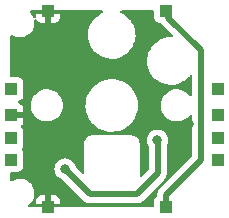
<source format=gbr>
%TF.GenerationSoftware,KiCad,Pcbnew,6.0.5*%
%TF.CreationDate,2022-10-09T08:24:47+11:00*%
%TF.ProjectId,ameoba,616d656f-6261-42e6-9b69-6361645f7063,rev?*%
%TF.SameCoordinates,Original*%
%TF.FileFunction,Copper,L1,Top*%
%TF.FilePolarity,Positive*%
%FSLAX46Y46*%
G04 Gerber Fmt 4.6, Leading zero omitted, Abs format (unit mm)*
G04 Created by KiCad (PCBNEW 6.0.5) date 2022-10-09 08:24:47*
%MOMM*%
%LPD*%
G01*
G04 APERTURE LIST*
%TA.AperFunction,ComponentPad*%
%ADD10R,1.000000X1.000000*%
%TD*%
%TA.AperFunction,ViaPad*%
%ADD11C,0.800000*%
%TD*%
%TA.AperFunction,Conductor*%
%ADD12C,0.500000*%
%TD*%
G04 APERTURE END LIST*
D10*
%TO.P,,1,Pin_1*%
%TO.N,DOUT1*%
X34400000Y-28187847D03*
%TD*%
%TO.P,,2,Pin_1*%
%TO.N,column_1*%
X30000000Y-17395497D03*
%TD*%
%TO.P,,1,Pin_1*%
%TO.N,VCC*%
X16900000Y-30000000D03*
%TD*%
%TO.P,,1,Pin_1*%
%TO.N,GND*%
X20000000Y-17400000D03*
%TD*%
%TO.P,,1,Pin_1*%
%TO.N,GND*%
X20000000Y-34000000D03*
%TD*%
%TO.P,,1,Pin_1*%
%TO.N,VCC*%
X34400000Y-30000000D03*
%TD*%
%TO.P,,1,Pin_1*%
%TO.N,GND*%
X16900000Y-26200000D03*
%TD*%
%TO.P,,1,Pin_1*%
%TO.N,GND*%
X34400000Y-26200000D03*
%TD*%
%TO.P,,1,Pin_1*%
%TO.N,column_1*%
X30000000Y-34000000D03*
%TD*%
%TO.P,,1,Pin_1*%
%TO.N,row_2*%
X16900000Y-24000000D03*
%TD*%
%TO.P,,1,Pin_1*%
%TO.N,row_2*%
X34400000Y-24000000D03*
%TD*%
%TO.P,,1,Pin_1*%
%TO.N,DIN1*%
X16900000Y-28187847D03*
%TD*%
D11*
%TO.N,GND*%
X22760442Y-26983734D03*
X31943218Y-27008346D03*
%TO.N,DIN*%
X21449622Y-30799326D03*
X29263377Y-28364809D03*
%TD*%
D12*
%TO.N,DIN*%
X21449622Y-30799326D02*
X21449622Y-30827552D01*
X21449622Y-30827552D02*
X23566763Y-32944693D01*
X23566763Y-32944693D02*
X27501012Y-32944693D01*
X27501012Y-32944693D02*
X29292986Y-31152719D01*
X29292986Y-31152719D02*
X29292986Y-28394418D01*
X29292986Y-28394418D02*
X29263377Y-28364809D01*
%TO.N,column_1*%
X32968835Y-30039616D02*
X30000000Y-33008451D01*
X30000000Y-33008451D02*
X30000000Y-34000000D01*
X30185133Y-17971683D02*
X32968835Y-20755385D01*
X32968835Y-20755385D02*
X32968835Y-30039616D01*
X30185133Y-17870950D02*
X30185133Y-17971683D01*
%TD*%
%TA.AperFunction,Conductor*%
%TO.N,GND*%
G36*
X24618509Y-17381748D02*
G01*
X24665002Y-17435404D01*
X24675106Y-17505678D01*
X24645612Y-17570258D01*
X24593483Y-17606146D01*
X24581074Y-17610663D01*
X24333058Y-17742536D01*
X24329499Y-17745122D01*
X24329497Y-17745123D01*
X24115271Y-17900767D01*
X24105808Y-17907642D01*
X24102644Y-17910698D01*
X24102641Y-17910700D01*
X24060406Y-17951486D01*
X23903748Y-18102769D01*
X23730812Y-18324118D01*
X23728616Y-18327922D01*
X23728611Y-18327929D01*
X23656549Y-18452745D01*
X23590364Y-18567381D01*
X23485138Y-18827824D01*
X23484073Y-18832097D01*
X23484072Y-18832099D01*
X23423995Y-19073056D01*
X23417183Y-19100376D01*
X23416724Y-19104744D01*
X23416723Y-19104749D01*
X23388281Y-19375364D01*
X23387822Y-19379733D01*
X23387975Y-19384121D01*
X23387975Y-19384127D01*
X23396952Y-19641179D01*
X23397625Y-19660458D01*
X23398387Y-19664781D01*
X23398388Y-19664788D01*
X23422164Y-19799624D01*
X23446402Y-19937087D01*
X23533203Y-20204235D01*
X23535131Y-20208188D01*
X23535133Y-20208193D01*
X23560646Y-20260501D01*
X23656340Y-20456702D01*
X23658795Y-20460341D01*
X23658798Y-20460347D01*
X23704383Y-20527929D01*
X23813415Y-20689576D01*
X24001371Y-20898322D01*
X24216550Y-21078879D01*
X24454764Y-21227731D01*
X24711375Y-21341982D01*
X24981390Y-21419407D01*
X24985740Y-21420018D01*
X24985743Y-21420019D01*
X25088690Y-21434487D01*
X25259552Y-21458500D01*
X25470146Y-21458500D01*
X25472332Y-21458347D01*
X25472336Y-21458347D01*
X25675827Y-21444118D01*
X25675832Y-21444117D01*
X25680212Y-21443811D01*
X25954970Y-21385409D01*
X25959099Y-21383906D01*
X25959103Y-21383905D01*
X26214781Y-21290846D01*
X26214785Y-21290844D01*
X26218926Y-21289337D01*
X26466942Y-21157464D01*
X26571896Y-21081211D01*
X26690629Y-20994947D01*
X26690632Y-20994944D01*
X26694192Y-20992358D01*
X26896252Y-20797231D01*
X27069188Y-20575882D01*
X27071384Y-20572078D01*
X27071389Y-20572071D01*
X27207435Y-20336431D01*
X27209636Y-20332619D01*
X27314862Y-20072176D01*
X27348544Y-19937087D01*
X27381753Y-19803893D01*
X27381754Y-19803888D01*
X27382817Y-19799624D01*
X27395328Y-19680593D01*
X27411719Y-19524636D01*
X27411719Y-19524633D01*
X27412178Y-19520267D01*
X27411507Y-19501043D01*
X27402529Y-19243939D01*
X27402528Y-19243933D01*
X27402375Y-19239542D01*
X27393023Y-19186500D01*
X27354360Y-18967236D01*
X27353598Y-18962913D01*
X27266797Y-18695765D01*
X27247832Y-18656880D01*
X27155009Y-18466567D01*
X27143660Y-18443298D01*
X27141205Y-18439659D01*
X27141202Y-18439653D01*
X27060935Y-18320653D01*
X26986585Y-18210424D01*
X26935465Y-18153649D01*
X26801566Y-18004940D01*
X26798629Y-18001678D01*
X26794195Y-17997957D01*
X26678368Y-17900767D01*
X26583450Y-17821121D01*
X26345236Y-17672269D01*
X26230596Y-17621228D01*
X26189326Y-17602853D01*
X26135230Y-17556873D01*
X26114581Y-17488945D01*
X26133934Y-17420637D01*
X26187144Y-17373636D01*
X26240575Y-17361746D01*
X28865500Y-17361746D01*
X28933621Y-17381748D01*
X28980114Y-17435404D01*
X28991500Y-17487746D01*
X28991500Y-17943631D01*
X28998255Y-18005813D01*
X29049385Y-18142202D01*
X29136739Y-18258758D01*
X29253295Y-18346112D01*
X29389684Y-18397242D01*
X29451866Y-18403997D01*
X29493218Y-18403997D01*
X29561339Y-18423999D01*
X29587306Y-18446286D01*
X29587309Y-18446283D01*
X29587337Y-18446313D01*
X29587660Y-18446590D01*
X29589935Y-18449166D01*
X29589908Y-18449189D01*
X29592562Y-18452183D01*
X29595265Y-18455416D01*
X29599277Y-18461535D01*
X29604589Y-18466567D01*
X29655516Y-18514811D01*
X29657958Y-18517189D01*
X30567174Y-19426405D01*
X30601200Y-19488717D01*
X30596135Y-19559532D01*
X30553588Y-19616368D01*
X30487068Y-19641179D01*
X30478079Y-19641500D01*
X30329854Y-19641500D01*
X30327668Y-19641653D01*
X30327664Y-19641653D01*
X30124173Y-19655882D01*
X30124168Y-19655883D01*
X30119788Y-19656189D01*
X29845030Y-19714591D01*
X29840901Y-19716094D01*
X29840897Y-19716095D01*
X29585219Y-19809154D01*
X29585215Y-19809156D01*
X29581074Y-19810663D01*
X29333058Y-19942536D01*
X29105808Y-20107642D01*
X28903748Y-20302769D01*
X28730812Y-20524118D01*
X28728616Y-20527922D01*
X28728611Y-20527929D01*
X28679469Y-20613046D01*
X28590364Y-20767381D01*
X28485138Y-21027824D01*
X28484073Y-21032097D01*
X28484072Y-21032099D01*
X28435876Y-21225404D01*
X28417183Y-21300376D01*
X28416724Y-21304744D01*
X28416723Y-21304749D01*
X28402075Y-21444118D01*
X28387822Y-21579733D01*
X28397625Y-21860458D01*
X28446402Y-22137087D01*
X28533203Y-22404235D01*
X28656340Y-22656702D01*
X28658795Y-22660341D01*
X28658798Y-22660347D01*
X28731890Y-22768710D01*
X28813415Y-22889576D01*
X29001371Y-23098322D01*
X29004733Y-23101143D01*
X29004734Y-23101144D01*
X29055711Y-23143919D01*
X29216550Y-23278879D01*
X29454764Y-23427731D01*
X29711375Y-23541982D01*
X29981390Y-23619407D01*
X29985740Y-23620018D01*
X29985743Y-23620019D01*
X30088690Y-23634487D01*
X30259552Y-23658500D01*
X30470146Y-23658500D01*
X30472332Y-23658347D01*
X30472336Y-23658347D01*
X30675827Y-23644118D01*
X30675832Y-23644117D01*
X30680212Y-23643811D01*
X30954970Y-23585409D01*
X30959099Y-23583906D01*
X30959103Y-23583905D01*
X31214781Y-23490846D01*
X31214785Y-23490844D01*
X31218926Y-23489337D01*
X31466942Y-23357464D01*
X31482567Y-23346112D01*
X31690629Y-23194947D01*
X31690632Y-23194944D01*
X31694192Y-23192358D01*
X31705919Y-23181034D01*
X31794947Y-23095060D01*
X31896252Y-22997231D01*
X31898960Y-22993765D01*
X31898968Y-22993756D01*
X31985046Y-22883581D01*
X32042747Y-22842215D01*
X32113652Y-22838612D01*
X32175249Y-22873915D01*
X32207982Y-22936916D01*
X32210335Y-22961154D01*
X32210335Y-24498378D01*
X32190333Y-24566499D01*
X32136677Y-24612992D01*
X32066403Y-24623096D01*
X32001823Y-24593602D01*
X31989169Y-24580958D01*
X31988189Y-24579828D01*
X31915428Y-24495978D01*
X31854653Y-24425941D01*
X31854651Y-24425939D01*
X31851153Y-24421908D01*
X31809018Y-24387360D01*
X31676885Y-24279016D01*
X31676879Y-24279012D01*
X31672757Y-24275632D01*
X31472265Y-24161506D01*
X31467249Y-24159685D01*
X31467244Y-24159683D01*
X31260425Y-24084611D01*
X31260421Y-24084610D01*
X31255410Y-24082791D01*
X31250161Y-24081842D01*
X31250158Y-24081841D01*
X31032477Y-24042478D01*
X31032470Y-24042477D01*
X31028393Y-24041740D01*
X31010656Y-24040904D01*
X31005708Y-24040670D01*
X31005701Y-24040670D01*
X31004220Y-24040600D01*
X30842075Y-24040600D01*
X30775119Y-24046281D01*
X30675438Y-24054739D01*
X30675434Y-24054740D01*
X30670127Y-24055190D01*
X30664972Y-24056528D01*
X30664966Y-24056529D01*
X30451997Y-24111805D01*
X30451993Y-24111806D01*
X30446828Y-24113147D01*
X30441962Y-24115339D01*
X30441959Y-24115340D01*
X30343521Y-24159683D01*
X30236485Y-24207899D01*
X30232065Y-24210875D01*
X30232061Y-24210877D01*
X30194350Y-24236266D01*
X30045115Y-24336738D01*
X29878188Y-24495978D01*
X29875000Y-24500263D01*
X29836856Y-24551531D01*
X29740479Y-24681066D01*
X29738064Y-24685816D01*
X29683377Y-24793378D01*
X29635923Y-24886712D01*
X29615102Y-24953767D01*
X29569095Y-25101930D01*
X29569094Y-25101936D01*
X29567511Y-25107033D01*
X29553598Y-25212008D01*
X29547872Y-25255214D01*
X29537200Y-25335732D01*
X29537400Y-25341062D01*
X29537400Y-25341063D01*
X29541352Y-25446351D01*
X29545854Y-25566268D01*
X29593228Y-25792050D01*
X29677967Y-26006622D01*
X29797647Y-26203849D01*
X29801144Y-26207879D01*
X29887768Y-26307704D01*
X29948847Y-26378092D01*
X29952978Y-26381479D01*
X30123115Y-26520984D01*
X30123121Y-26520988D01*
X30127243Y-26524368D01*
X30327735Y-26638494D01*
X30332751Y-26640315D01*
X30332756Y-26640317D01*
X30539575Y-26715389D01*
X30539579Y-26715390D01*
X30544590Y-26717209D01*
X30549839Y-26718158D01*
X30549842Y-26718159D01*
X30767523Y-26757522D01*
X30767530Y-26757523D01*
X30771607Y-26758260D01*
X30789344Y-26759096D01*
X30794292Y-26759330D01*
X30794299Y-26759330D01*
X30795780Y-26759400D01*
X30957925Y-26759400D01*
X31024881Y-26753719D01*
X31124562Y-26745261D01*
X31124566Y-26745260D01*
X31129873Y-26744810D01*
X31135028Y-26743472D01*
X31135034Y-26743471D01*
X31348003Y-26688195D01*
X31348007Y-26688194D01*
X31353172Y-26686853D01*
X31358038Y-26684661D01*
X31358041Y-26684660D01*
X31558649Y-26594293D01*
X31563515Y-26592101D01*
X31567935Y-26589125D01*
X31567939Y-26589123D01*
X31714503Y-26490449D01*
X31754885Y-26463262D01*
X31921812Y-26304022D01*
X31983247Y-26221450D01*
X32039956Y-26178738D01*
X32110757Y-26173465D01*
X32173169Y-26207308D01*
X32207376Y-26269520D01*
X32210335Y-26296664D01*
X32210335Y-29673245D01*
X32190333Y-29741366D01*
X32173430Y-29762340D01*
X29511089Y-32424681D01*
X29496677Y-32437067D01*
X29485082Y-32445600D01*
X29485077Y-32445605D01*
X29479182Y-32449943D01*
X29474443Y-32455521D01*
X29474440Y-32455524D01*
X29444965Y-32490219D01*
X29438035Y-32497735D01*
X29432340Y-32503430D01*
X29430060Y-32506312D01*
X29414719Y-32525702D01*
X29411928Y-32529106D01*
X29370577Y-32577779D01*
X29364667Y-32584736D01*
X29361339Y-32591252D01*
X29357972Y-32596301D01*
X29354805Y-32601430D01*
X29350266Y-32607167D01*
X29319345Y-32673326D01*
X29317442Y-32677220D01*
X29284231Y-32742259D01*
X29282492Y-32749367D01*
X29280393Y-32755010D01*
X29278476Y-32760773D01*
X29275378Y-32767401D01*
X29273888Y-32774563D01*
X29273888Y-32774564D01*
X29260514Y-32838863D01*
X29259544Y-32843147D01*
X29242192Y-32914061D01*
X29241500Y-32925215D01*
X29241464Y-32925213D01*
X29241225Y-32929206D01*
X29240851Y-32933398D01*
X29239360Y-32940566D01*
X29240752Y-32992001D01*
X29240760Y-32992310D01*
X29222608Y-33060947D01*
X29190371Y-33096544D01*
X29136739Y-33136739D01*
X29049385Y-33253295D01*
X28998255Y-33389684D01*
X28991500Y-33451866D01*
X28991500Y-33918746D01*
X28971498Y-33986867D01*
X28917842Y-34033360D01*
X28865500Y-34044746D01*
X18397843Y-34044746D01*
X18329722Y-34024744D01*
X18283229Y-33971088D01*
X18273125Y-33900814D01*
X18302619Y-33836234D01*
X18324317Y-33816423D01*
X18421919Y-33746289D01*
X18426478Y-33743013D01*
X18441138Y-33727885D01*
X18992000Y-33727885D01*
X18996475Y-33743124D01*
X18997865Y-33744329D01*
X19005548Y-33746000D01*
X19727885Y-33746000D01*
X19743124Y-33741525D01*
X19744329Y-33740135D01*
X19746000Y-33732452D01*
X19746000Y-33727885D01*
X20254000Y-33727885D01*
X20258475Y-33743124D01*
X20259865Y-33744329D01*
X20267548Y-33746000D01*
X20989884Y-33746000D01*
X21005123Y-33741525D01*
X21006328Y-33740135D01*
X21007999Y-33732452D01*
X21007999Y-33455331D01*
X21007629Y-33448510D01*
X21002105Y-33397648D01*
X20998479Y-33382396D01*
X20953324Y-33261946D01*
X20944786Y-33246351D01*
X20868285Y-33144276D01*
X20855724Y-33131715D01*
X20753649Y-33055214D01*
X20738054Y-33046676D01*
X20617606Y-33001522D01*
X20602351Y-32997895D01*
X20551486Y-32992369D01*
X20544672Y-32992000D01*
X20272115Y-32992000D01*
X20256876Y-32996475D01*
X20255671Y-32997865D01*
X20254000Y-33005548D01*
X20254000Y-33727885D01*
X19746000Y-33727885D01*
X19746000Y-33010116D01*
X19741525Y-32994877D01*
X19740135Y-32993672D01*
X19732452Y-32992001D01*
X19455331Y-32992001D01*
X19448510Y-32992371D01*
X19397648Y-32997895D01*
X19382396Y-33001521D01*
X19261946Y-33046676D01*
X19246351Y-33055214D01*
X19144276Y-33131715D01*
X19131715Y-33144276D01*
X19055214Y-33246351D01*
X19046676Y-33261946D01*
X19001522Y-33382394D01*
X18997895Y-33397649D01*
X18992369Y-33448514D01*
X18992000Y-33455328D01*
X18992000Y-33727885D01*
X18441138Y-33727885D01*
X18505430Y-33661541D01*
X18572701Y-33592123D01*
X18572703Y-33592120D01*
X18576604Y-33588095D01*
X18696924Y-33409040D01*
X18783635Y-33211507D01*
X18833995Y-33001742D01*
X18846413Y-32786374D01*
X18820497Y-32572210D01*
X18807237Y-32529106D01*
X18758712Y-32371378D01*
X18757064Y-32366021D01*
X18658122Y-32174323D01*
X18606835Y-32107484D01*
X18530212Y-32007627D01*
X18530208Y-32007623D01*
X18526796Y-32003176D01*
X18456561Y-31939267D01*
X18371385Y-31861763D01*
X18371382Y-31861761D01*
X18367238Y-31857990D01*
X18358770Y-31852678D01*
X18189248Y-31746336D01*
X18189244Y-31746334D01*
X18184492Y-31743353D01*
X17984334Y-31662890D01*
X17773090Y-31619143D01*
X17768479Y-31618877D01*
X17768478Y-31618877D01*
X17720175Y-31616092D01*
X17720171Y-31616092D01*
X17718352Y-31615987D01*
X17578892Y-31615987D01*
X17576105Y-31616236D01*
X17576099Y-31616236D01*
X17509387Y-31622190D01*
X17418755Y-31630279D01*
X17328909Y-31654858D01*
X17216091Y-31685721D01*
X17216087Y-31685722D01*
X17210675Y-31687203D01*
X17015964Y-31780076D01*
X17011413Y-31783346D01*
X17011410Y-31783348D01*
X17008026Y-31785780D01*
X16941034Y-31809287D01*
X16871968Y-31792845D01*
X16822755Y-31741672D01*
X16808500Y-31683457D01*
X16808500Y-31134500D01*
X16828502Y-31066379D01*
X16882158Y-31019886D01*
X16934500Y-31008500D01*
X17448134Y-31008500D01*
X17510316Y-31001745D01*
X17646705Y-30950615D01*
X17763261Y-30863261D01*
X17811178Y-30799326D01*
X20536118Y-30799326D01*
X20556080Y-30989254D01*
X20615095Y-31170882D01*
X20710582Y-31336270D01*
X20715000Y-31341177D01*
X20715001Y-31341178D01*
X20833947Y-31473281D01*
X20838369Y-31478192D01*
X20992870Y-31590444D01*
X20998898Y-31593128D01*
X20998900Y-31593129D01*
X21153029Y-31661751D01*
X21167334Y-31668120D01*
X21173789Y-31669492D01*
X21173792Y-31669493D01*
X21188071Y-31672528D01*
X21194546Y-31673904D01*
X21257445Y-31708056D01*
X22982993Y-33433604D01*
X22995379Y-33448016D01*
X23003912Y-33459611D01*
X23003917Y-33459616D01*
X23008255Y-33465511D01*
X23013833Y-33470250D01*
X23013836Y-33470253D01*
X23048531Y-33499728D01*
X23056047Y-33506658D01*
X23061743Y-33512354D01*
X23064604Y-33514617D01*
X23064609Y-33514622D01*
X23084029Y-33529986D01*
X23087430Y-33532775D01*
X23143048Y-33580026D01*
X23149568Y-33583355D01*
X23154615Y-33586721D01*
X23159739Y-33589886D01*
X23165480Y-33594428D01*
X23172111Y-33597527D01*
X23172114Y-33597529D01*
X23219486Y-33619669D01*
X23227712Y-33623513D01*
X23231593Y-33625327D01*
X23235539Y-33627255D01*
X23300571Y-33660462D01*
X23307677Y-33662201D01*
X23313327Y-33664302D01*
X23319084Y-33666217D01*
X23325713Y-33669315D01*
X23397198Y-33684184D01*
X23401464Y-33685150D01*
X23472373Y-33702501D01*
X23477975Y-33702849D01*
X23477978Y-33702849D01*
X23483527Y-33703193D01*
X23483525Y-33703228D01*
X23487497Y-33703468D01*
X23491718Y-33703845D01*
X23498878Y-33705334D01*
X23576305Y-33703239D01*
X23579713Y-33703193D01*
X27433942Y-33703193D01*
X27452892Y-33704626D01*
X27467127Y-33706792D01*
X27467131Y-33706792D01*
X27474361Y-33707892D01*
X27481653Y-33707299D01*
X27481656Y-33707299D01*
X27527030Y-33703608D01*
X27537245Y-33703193D01*
X27545305Y-33703193D01*
X27562692Y-33701166D01*
X27573519Y-33699904D01*
X27577894Y-33699471D01*
X27643351Y-33694147D01*
X27643354Y-33694146D01*
X27650649Y-33693553D01*
X27657613Y-33691297D01*
X27663572Y-33690106D01*
X27669427Y-33688722D01*
X27676693Y-33687875D01*
X27745339Y-33662958D01*
X27749467Y-33661541D01*
X27811948Y-33641300D01*
X27811950Y-33641299D01*
X27818911Y-33639044D01*
X27825166Y-33635248D01*
X27830640Y-33632742D01*
X27836070Y-33630023D01*
X27842949Y-33627526D01*
X27888702Y-33597529D01*
X27903988Y-33587507D01*
X27907692Y-33585170D01*
X27970119Y-33547288D01*
X27978496Y-33539890D01*
X27978520Y-33539917D01*
X27981512Y-33537264D01*
X27984745Y-33534561D01*
X27990864Y-33530549D01*
X28044140Y-33474310D01*
X28046518Y-33471868D01*
X29781897Y-31736489D01*
X29796309Y-31724103D01*
X29807904Y-31715570D01*
X29807909Y-31715565D01*
X29813804Y-31711227D01*
X29818543Y-31705649D01*
X29818546Y-31705646D01*
X29848021Y-31670951D01*
X29854951Y-31663435D01*
X29860646Y-31657740D01*
X29878267Y-31635468D01*
X29881058Y-31632064D01*
X29923577Y-31582016D01*
X29923578Y-31582014D01*
X29928319Y-31576434D01*
X29931647Y-31569918D01*
X29935014Y-31564869D01*
X29938181Y-31559740D01*
X29942720Y-31554003D01*
X29973641Y-31487844D01*
X29975547Y-31483944D01*
X30008755Y-31418911D01*
X30010494Y-31411803D01*
X30012593Y-31406160D01*
X30014510Y-31400397D01*
X30017608Y-31393769D01*
X30032473Y-31322302D01*
X30033443Y-31318018D01*
X30049459Y-31252564D01*
X30050794Y-31247109D01*
X30051486Y-31235955D01*
X30051522Y-31235957D01*
X30051761Y-31231964D01*
X30052135Y-31227772D01*
X30053626Y-31220604D01*
X30051532Y-31143198D01*
X30051486Y-31139791D01*
X30051486Y-28850524D01*
X30068366Y-28787526D01*
X30097904Y-28736365D01*
X30156919Y-28554737D01*
X30159563Y-28529587D01*
X30176191Y-28371374D01*
X30176881Y-28364809D01*
X30160972Y-28213445D01*
X30157609Y-28181444D01*
X30157609Y-28181442D01*
X30156919Y-28174881D01*
X30097904Y-27993253D01*
X30081200Y-27964320D01*
X30005718Y-27833583D01*
X30002417Y-27827865D01*
X29874630Y-27685943D01*
X29720129Y-27573691D01*
X29714101Y-27571007D01*
X29714099Y-27571006D01*
X29551696Y-27498700D01*
X29551695Y-27498700D01*
X29545665Y-27496015D01*
X29452265Y-27476162D01*
X29365321Y-27457681D01*
X29365316Y-27457681D01*
X29358864Y-27456309D01*
X29167890Y-27456309D01*
X29161438Y-27457681D01*
X29161433Y-27457681D01*
X29074489Y-27476162D01*
X28981089Y-27496015D01*
X28975059Y-27498700D01*
X28975058Y-27498700D01*
X28812655Y-27571006D01*
X28812653Y-27571007D01*
X28806625Y-27573691D01*
X28652124Y-27685943D01*
X28524337Y-27827865D01*
X28521036Y-27833583D01*
X28445555Y-27964320D01*
X28428850Y-27993253D01*
X28369835Y-28174881D01*
X28369145Y-28181442D01*
X28369145Y-28181444D01*
X28365782Y-28213445D01*
X28349873Y-28364809D01*
X28350563Y-28371374D01*
X28367192Y-28529587D01*
X28369835Y-28554737D01*
X28428850Y-28736365D01*
X28432153Y-28742087D01*
X28432154Y-28742088D01*
X28517605Y-28890093D01*
X28534486Y-28953093D01*
X28534486Y-30786348D01*
X28514484Y-30854469D01*
X28497581Y-30875443D01*
X27967118Y-31405906D01*
X27904806Y-31439932D01*
X27833991Y-31434867D01*
X27777155Y-31392320D01*
X27752344Y-31325800D01*
X27752023Y-31316856D01*
X27751357Y-29455283D01*
X27751066Y-28643010D01*
X27751227Y-28636611D01*
X27753883Y-28584060D01*
X27754129Y-28579192D01*
X27752826Y-28566707D01*
X27751582Y-28561999D01*
X27743688Y-28532135D01*
X27742452Y-28527030D01*
X27742356Y-28526594D01*
X27740687Y-28517409D01*
X27736864Y-28490781D01*
X27736863Y-28490778D01*
X27735588Y-28481897D01*
X27731870Y-28473728D01*
X27729348Y-28465114D01*
X27729824Y-28464975D01*
X27726771Y-28455819D01*
X27722463Y-28436255D01*
X27722463Y-28436254D01*
X27721099Y-28430061D01*
X27695045Y-28371374D01*
X27666822Y-28307802D01*
X27666820Y-28307798D01*
X27664247Y-28302003D01*
X27582963Y-28187882D01*
X27576064Y-28181444D01*
X27505584Y-28115680D01*
X27480522Y-28092295D01*
X27475115Y-28088982D01*
X27366460Y-28022408D01*
X27366458Y-28022407D01*
X27361054Y-28019096D01*
X27229372Y-27971234D01*
X27223103Y-27970302D01*
X27223102Y-27970302D01*
X27176080Y-27963314D01*
X27148135Y-27959161D01*
X27139952Y-27957667D01*
X27103392Y-27949734D01*
X27098535Y-27949446D01*
X27095727Y-27949279D01*
X27095720Y-27949279D01*
X27090861Y-27948991D01*
X27086016Y-27949454D01*
X27086011Y-27949454D01*
X27049069Y-27952984D01*
X27036682Y-27953554D01*
X26340154Y-27951324D01*
X23748398Y-27943027D01*
X23742464Y-27942867D01*
X23698079Y-27940620D01*
X23688708Y-27940146D01*
X23688707Y-27940146D01*
X23683847Y-27939900D01*
X23679005Y-27940405D01*
X23679002Y-27940405D01*
X23676212Y-27940696D01*
X23676209Y-27940697D01*
X23671362Y-27941202D01*
X23666647Y-27942448D01*
X23637592Y-27950126D01*
X23622864Y-27953092D01*
X23619561Y-27953554D01*
X23597155Y-27956689D01*
X23597152Y-27956690D01*
X23588261Y-27957934D01*
X23580075Y-27961625D01*
X23571451Y-27964117D01*
X23571360Y-27963803D01*
X23561320Y-27967132D01*
X23553483Y-27968856D01*
X23540941Y-27971616D01*
X23540939Y-27971617D01*
X23534748Y-27972979D01*
X23528953Y-27975551D01*
X23528952Y-27975551D01*
X23489063Y-27993253D01*
X23406708Y-28029800D01*
X23401544Y-28033477D01*
X23297759Y-28107369D01*
X23297755Y-28107372D01*
X23292594Y-28111047D01*
X23197004Y-28213445D01*
X23123787Y-28332870D01*
X23121618Y-28338832D01*
X23078062Y-28458553D01*
X23078061Y-28458558D01*
X23075895Y-28464511D01*
X23065822Y-28532135D01*
X23063798Y-28545720D01*
X23062297Y-28553921D01*
X23055391Y-28585691D01*
X23055390Y-28585698D01*
X23054356Y-28590455D01*
X23053609Y-28602986D01*
X23056810Y-28636611D01*
X23057828Y-28647312D01*
X23058394Y-28658698D01*
X23068494Y-30982691D01*
X23068871Y-31069383D01*
X23049165Y-31137590D01*
X22995712Y-31184316D01*
X22925483Y-31194725D01*
X22860774Y-31165513D01*
X22853777Y-31159026D01*
X22379191Y-30684440D01*
X22345039Y-30621542D01*
X22343855Y-30615970D01*
X22343164Y-30609398D01*
X22284149Y-30427770D01*
X22188662Y-30262382D01*
X22060875Y-30120460D01*
X21906374Y-30008208D01*
X21900346Y-30005524D01*
X21900344Y-30005523D01*
X21737941Y-29933217D01*
X21737940Y-29933217D01*
X21731910Y-29930532D01*
X21638509Y-29910679D01*
X21551566Y-29892198D01*
X21551561Y-29892198D01*
X21545109Y-29890826D01*
X21354135Y-29890826D01*
X21347683Y-29892198D01*
X21347678Y-29892198D01*
X21260735Y-29910679D01*
X21167334Y-29930532D01*
X21161304Y-29933217D01*
X21161303Y-29933217D01*
X20998900Y-30005523D01*
X20998898Y-30005524D01*
X20992870Y-30008208D01*
X20838369Y-30120460D01*
X20710582Y-30262382D01*
X20615095Y-30427770D01*
X20556080Y-30609398D01*
X20555390Y-30615959D01*
X20555390Y-30615961D01*
X20548193Y-30684440D01*
X20536118Y-30799326D01*
X17811178Y-30799326D01*
X17850615Y-30746705D01*
X17901745Y-30610316D01*
X17908500Y-30548134D01*
X17908500Y-29451866D01*
X17901745Y-29389684D01*
X17850615Y-29253295D01*
X17787803Y-29169486D01*
X17762957Y-29102983D01*
X17778009Y-29033601D01*
X17787805Y-29018359D01*
X17850615Y-28934552D01*
X17901745Y-28798163D01*
X17908500Y-28735981D01*
X17908500Y-27639713D01*
X17901745Y-27577531D01*
X17850615Y-27441142D01*
X17763261Y-27324586D01*
X17723033Y-27294436D01*
X17680518Y-27237577D01*
X17675494Y-27166758D01*
X17709554Y-27104465D01*
X17723034Y-27092785D01*
X17755723Y-27068286D01*
X17768285Y-27055724D01*
X17844786Y-26953649D01*
X17853324Y-26938054D01*
X17898478Y-26817606D01*
X17902105Y-26802351D01*
X17907631Y-26751486D01*
X17908000Y-26744672D01*
X17908000Y-26472115D01*
X17903525Y-26456876D01*
X17902135Y-26455671D01*
X17894452Y-26454000D01*
X16934500Y-26454000D01*
X16866379Y-26433998D01*
X16819886Y-26380342D01*
X16808500Y-26328000D01*
X16808500Y-26072000D01*
X16828502Y-26003879D01*
X16882158Y-25957386D01*
X16934500Y-25946000D01*
X17889884Y-25946000D01*
X17905123Y-25941525D01*
X17906328Y-25940135D01*
X17907999Y-25932452D01*
X17907999Y-25655331D01*
X17907629Y-25648510D01*
X17902105Y-25597648D01*
X17898479Y-25582396D01*
X17853324Y-25461946D01*
X17844786Y-25446351D01*
X17768285Y-25344276D01*
X17759741Y-25335732D01*
X18537200Y-25335732D01*
X18537400Y-25341062D01*
X18537400Y-25341063D01*
X18541352Y-25446351D01*
X18545854Y-25566268D01*
X18593228Y-25792050D01*
X18677967Y-26006622D01*
X18797647Y-26203849D01*
X18801144Y-26207879D01*
X18887768Y-26307704D01*
X18948847Y-26378092D01*
X18952978Y-26381479D01*
X19123115Y-26520984D01*
X19123121Y-26520988D01*
X19127243Y-26524368D01*
X19327735Y-26638494D01*
X19332751Y-26640315D01*
X19332756Y-26640317D01*
X19539575Y-26715389D01*
X19539579Y-26715390D01*
X19544590Y-26717209D01*
X19549839Y-26718158D01*
X19549842Y-26718159D01*
X19767523Y-26757522D01*
X19767530Y-26757523D01*
X19771607Y-26758260D01*
X19789344Y-26759096D01*
X19794292Y-26759330D01*
X19794299Y-26759330D01*
X19795780Y-26759400D01*
X19957925Y-26759400D01*
X20024881Y-26753719D01*
X20124562Y-26745261D01*
X20124566Y-26745260D01*
X20129873Y-26744810D01*
X20135028Y-26743472D01*
X20135034Y-26743471D01*
X20348003Y-26688195D01*
X20348007Y-26688194D01*
X20353172Y-26686853D01*
X20358038Y-26684661D01*
X20358041Y-26684660D01*
X20558649Y-26594293D01*
X20563515Y-26592101D01*
X20567935Y-26589125D01*
X20567939Y-26589123D01*
X20714503Y-26490449D01*
X20754885Y-26463262D01*
X20921812Y-26304022D01*
X20981384Y-26223954D01*
X21056337Y-26123214D01*
X21056339Y-26123211D01*
X21059521Y-26118934D01*
X21114305Y-26011183D01*
X21161658Y-25918046D01*
X21161658Y-25918045D01*
X21164077Y-25913288D01*
X21217621Y-25740849D01*
X21230905Y-25698070D01*
X21230906Y-25698064D01*
X21232489Y-25692967D01*
X21262800Y-25464268D01*
X21262140Y-25446659D01*
X23172514Y-25446659D01*
X23172877Y-25450807D01*
X23172877Y-25450811D01*
X23174517Y-25469553D01*
X23198252Y-25740849D01*
X23199162Y-25744921D01*
X23199163Y-25744926D01*
X23257659Y-26006622D01*
X23262672Y-26029050D01*
X23364644Y-26306199D01*
X23366591Y-26309892D01*
X23366592Y-26309894D01*
X23402549Y-26378092D01*
X23502374Y-26567427D01*
X23504794Y-26570832D01*
X23671019Y-26804735D01*
X23671024Y-26804741D01*
X23673443Y-26808145D01*
X23676287Y-26811195D01*
X23676292Y-26811201D01*
X23809127Y-26953649D01*
X23874846Y-27024124D01*
X24103045Y-27211568D01*
X24354029Y-27367185D01*
X24623390Y-27488241D01*
X24906395Y-27572608D01*
X24910515Y-27573261D01*
X24910517Y-27573261D01*
X25194592Y-27618255D01*
X25194598Y-27618256D01*
X25198073Y-27618806D01*
X25222632Y-27619921D01*
X25289017Y-27622936D01*
X25289038Y-27622936D01*
X25290437Y-27623000D01*
X25474901Y-27623000D01*
X25694664Y-27608403D01*
X25698763Y-27607577D01*
X25698767Y-27607576D01*
X25847774Y-27577531D01*
X25984151Y-27550033D01*
X26263375Y-27453888D01*
X26433089Y-27368902D01*
X26523695Y-27323530D01*
X26523697Y-27323529D01*
X26527431Y-27321659D01*
X26771678Y-27155668D01*
X26991827Y-26958832D01*
X26994545Y-26955661D01*
X27181289Y-26737784D01*
X27181292Y-26737780D01*
X27184009Y-26734610D01*
X27186283Y-26731108D01*
X27186287Y-26731103D01*
X27342570Y-26490449D01*
X27342573Y-26490444D01*
X27344849Y-26486939D01*
X27354680Y-26466236D01*
X27469723Y-26223954D01*
X27471519Y-26220172D01*
X27541676Y-26001661D01*
X27560515Y-25942983D01*
X27560515Y-25942982D01*
X27561795Y-25938996D01*
X27593225Y-25764314D01*
X27613351Y-25652459D01*
X27613352Y-25652454D01*
X27614090Y-25648350D01*
X27616393Y-25597648D01*
X27627297Y-25357511D01*
X27627297Y-25357506D01*
X27627486Y-25353341D01*
X27625946Y-25335732D01*
X27602112Y-25063312D01*
X27601748Y-25059151D01*
X27591470Y-25013169D01*
X27538240Y-24775028D01*
X27538238Y-24775021D01*
X27537328Y-24770950D01*
X27531052Y-24753891D01*
X27479210Y-24612992D01*
X27435356Y-24493801D01*
X27399578Y-24425941D01*
X27350978Y-24333764D01*
X27297626Y-24232573D01*
X27181308Y-24068897D01*
X27128981Y-23995265D01*
X27128976Y-23995259D01*
X27126557Y-23991855D01*
X27123713Y-23988805D01*
X27123708Y-23988799D01*
X26928000Y-23778928D01*
X26925154Y-23775876D01*
X26696955Y-23588432D01*
X26445971Y-23432815D01*
X26438631Y-23429516D01*
X26333537Y-23382285D01*
X26176610Y-23311759D01*
X25893605Y-23227392D01*
X25889485Y-23226739D01*
X25889483Y-23226739D01*
X25605408Y-23181745D01*
X25605402Y-23181744D01*
X25601927Y-23181194D01*
X25577368Y-23180079D01*
X25510983Y-23177064D01*
X25510962Y-23177064D01*
X25509563Y-23177000D01*
X25325099Y-23177000D01*
X25105336Y-23191597D01*
X25101237Y-23192423D01*
X25101233Y-23192424D01*
X24958639Y-23221176D01*
X24815849Y-23249967D01*
X24536625Y-23346112D01*
X24433925Y-23397540D01*
X24325439Y-23451866D01*
X24272569Y-23478341D01*
X24028322Y-23644332D01*
X23808173Y-23841168D01*
X23805456Y-23844338D01*
X23805455Y-23844339D01*
X23623586Y-24056529D01*
X23615991Y-24065390D01*
X23613717Y-24068892D01*
X23613713Y-24068897D01*
X23477260Y-24279016D01*
X23455151Y-24313061D01*
X23453357Y-24316839D01*
X23453356Y-24316841D01*
X23443908Y-24336738D01*
X23328481Y-24579828D01*
X23327202Y-24583811D01*
X23327201Y-24583814D01*
X23239786Y-24856081D01*
X23238205Y-24861004D01*
X23232661Y-24891815D01*
X23192986Y-25112325D01*
X23185910Y-25151650D01*
X23185721Y-25155817D01*
X23185720Y-25155824D01*
X23181595Y-25246676D01*
X23172514Y-25446659D01*
X21262140Y-25446659D01*
X21262128Y-25446351D01*
X21254346Y-25239063D01*
X21254146Y-25233732D01*
X21206772Y-25007950D01*
X21196637Y-24982285D01*
X21158893Y-24886712D01*
X21122033Y-24793378D01*
X21002353Y-24596151D01*
X20915428Y-24495978D01*
X20854653Y-24425941D01*
X20854651Y-24425939D01*
X20851153Y-24421908D01*
X20809018Y-24387360D01*
X20676885Y-24279016D01*
X20676879Y-24279012D01*
X20672757Y-24275632D01*
X20472265Y-24161506D01*
X20467249Y-24159685D01*
X20467244Y-24159683D01*
X20260425Y-24084611D01*
X20260421Y-24084610D01*
X20255410Y-24082791D01*
X20250161Y-24081842D01*
X20250158Y-24081841D01*
X20032477Y-24042478D01*
X20032470Y-24042477D01*
X20028393Y-24041740D01*
X20010656Y-24040904D01*
X20005708Y-24040670D01*
X20005701Y-24040670D01*
X20004220Y-24040600D01*
X19842075Y-24040600D01*
X19775119Y-24046281D01*
X19675438Y-24054739D01*
X19675434Y-24054740D01*
X19670127Y-24055190D01*
X19664972Y-24056528D01*
X19664966Y-24056529D01*
X19451997Y-24111805D01*
X19451993Y-24111806D01*
X19446828Y-24113147D01*
X19441962Y-24115339D01*
X19441959Y-24115340D01*
X19343521Y-24159683D01*
X19236485Y-24207899D01*
X19232065Y-24210875D01*
X19232061Y-24210877D01*
X19194350Y-24236266D01*
X19045115Y-24336738D01*
X18878188Y-24495978D01*
X18875000Y-24500263D01*
X18836856Y-24551531D01*
X18740479Y-24681066D01*
X18738064Y-24685816D01*
X18683377Y-24793378D01*
X18635923Y-24886712D01*
X18615102Y-24953767D01*
X18569095Y-25101930D01*
X18569094Y-25101936D01*
X18567511Y-25107033D01*
X18553598Y-25212008D01*
X18547872Y-25255214D01*
X18537200Y-25335732D01*
X17759741Y-25335732D01*
X17755724Y-25331715D01*
X17653649Y-25255214D01*
X17638054Y-25246676D01*
X17562226Y-25218249D01*
X17505462Y-25175607D01*
X17480762Y-25109046D01*
X17495970Y-25039697D01*
X17546256Y-24989579D01*
X17562226Y-24982285D01*
X17638297Y-24953767D01*
X17646705Y-24950615D01*
X17763261Y-24863261D01*
X17850615Y-24746705D01*
X17901745Y-24610316D01*
X17908500Y-24548134D01*
X17908500Y-23451866D01*
X17901745Y-23389684D01*
X17850615Y-23253295D01*
X17763261Y-23136739D01*
X17646705Y-23049385D01*
X17510316Y-22998255D01*
X17448134Y-22991500D01*
X16934500Y-22991500D01*
X16866379Y-22971498D01*
X16819886Y-22917842D01*
X16808500Y-22865500D01*
X16808500Y-19559760D01*
X16828502Y-19491639D01*
X16882158Y-19445146D01*
X16952432Y-19435042D01*
X17001456Y-19453023D01*
X17078006Y-19501043D01*
X17078010Y-19501045D01*
X17082762Y-19504026D01*
X17282920Y-19584489D01*
X17494164Y-19628236D01*
X17498775Y-19628502D01*
X17498776Y-19628502D01*
X17547079Y-19631287D01*
X17547083Y-19631287D01*
X17548902Y-19631392D01*
X17688362Y-19631392D01*
X17691149Y-19631143D01*
X17691155Y-19631143D01*
X17757867Y-19625189D01*
X17848499Y-19617100D01*
X17975367Y-19582393D01*
X18051163Y-19561658D01*
X18051167Y-19561657D01*
X18056579Y-19560176D01*
X18251290Y-19467303D01*
X18426478Y-19341418D01*
X18576604Y-19186500D01*
X18696924Y-19007445D01*
X18783635Y-18809912D01*
X18833995Y-18600147D01*
X18842699Y-18449189D01*
X18846090Y-18390386D01*
X18846090Y-18390383D01*
X18846413Y-18384779D01*
X18829442Y-18244538D01*
X18841116Y-18174509D01*
X18888798Y-18121907D01*
X18957349Y-18103435D01*
X19025005Y-18124956D01*
X19055356Y-18153838D01*
X19131715Y-18255724D01*
X19144276Y-18268285D01*
X19246351Y-18344786D01*
X19261946Y-18353324D01*
X19382394Y-18398478D01*
X19397649Y-18402105D01*
X19448514Y-18407631D01*
X19455328Y-18408000D01*
X19727885Y-18408000D01*
X19743124Y-18403525D01*
X19744329Y-18402135D01*
X19746000Y-18394452D01*
X19746000Y-18389884D01*
X20254000Y-18389884D01*
X20258475Y-18405123D01*
X20259865Y-18406328D01*
X20267548Y-18407999D01*
X20544669Y-18407999D01*
X20551490Y-18407629D01*
X20602352Y-18402105D01*
X20617604Y-18398479D01*
X20738054Y-18353324D01*
X20753649Y-18344786D01*
X20855724Y-18268285D01*
X20868285Y-18255724D01*
X20944786Y-18153649D01*
X20953324Y-18138054D01*
X20998478Y-18017606D01*
X21002105Y-18002351D01*
X21007631Y-17951486D01*
X21008000Y-17944672D01*
X21008000Y-17672115D01*
X21003525Y-17656876D01*
X21002135Y-17655671D01*
X20994452Y-17654000D01*
X20272115Y-17654000D01*
X20256876Y-17658475D01*
X20255671Y-17659865D01*
X20254000Y-17667548D01*
X20254000Y-18389884D01*
X19746000Y-18389884D01*
X19746000Y-17672115D01*
X19741525Y-17656876D01*
X19740135Y-17655671D01*
X19732452Y-17654000D01*
X19010116Y-17654000D01*
X18994877Y-17658475D01*
X18993672Y-17659865D01*
X18992001Y-17667548D01*
X18992001Y-17900767D01*
X18971999Y-17968888D01*
X18918343Y-18015381D01*
X18848069Y-18025485D01*
X18783489Y-17995991D01*
X18754035Y-17958557D01*
X18660693Y-17777709D01*
X18660692Y-17777708D01*
X18658122Y-17772728D01*
X18579433Y-17670179D01*
X18530212Y-17606032D01*
X18530208Y-17606028D01*
X18526796Y-17601581D01*
X18522651Y-17597809D01*
X18522647Y-17597805D01*
X18504111Y-17580939D01*
X18467189Y-17520299D01*
X18468912Y-17449323D01*
X18508735Y-17390546D01*
X18574012Y-17362630D01*
X18588911Y-17361746D01*
X24550388Y-17361746D01*
X24618509Y-17381748D01*
G37*
%TD.AperFunction*%
%TD*%
M02*

</source>
